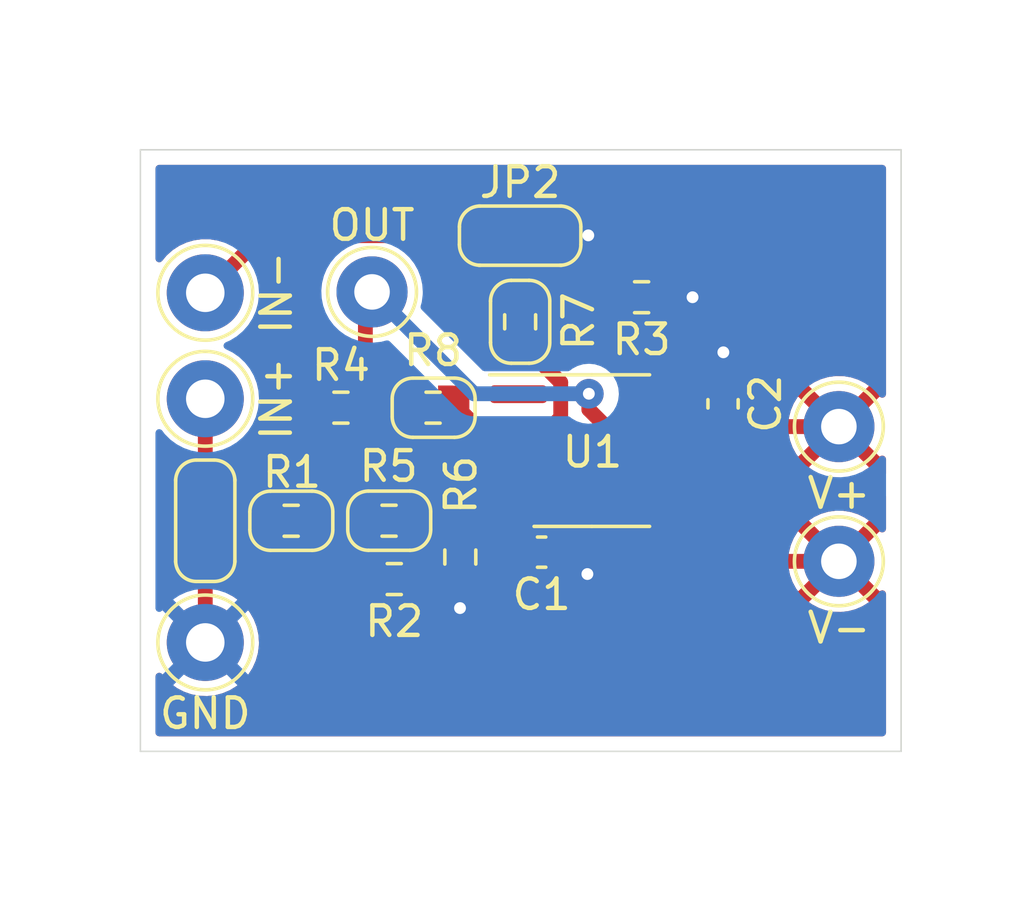
<source format=kicad_pcb>
(kicad_pcb (version 20211014) (generator pcbnew)
  (layers (0 "F.Cu" signal) (31 "B.Cu" signal) (36 "B.SilkS" user "B.Silkscreen") (37 "F.SilkS" user "F.Silkscreen") (38 "B.Mask" user) (39 "F.Mask" user) (44 "Edge.Cuts" user))
  (net 0 "")
  (net 1 "Net-(JP1-Pad2)")
  (net 2 "Net-(JP3-Pad2)")
  (net 3 "GND")
  (net 4 "Net-(JP2-Pad2)")
  (net 5 "Net-(JP6-Pad2)")
  (net 6 "Net-(JP4-Pad2)")
  (net 7 "Net-(JP5-Pad2)")
  (net 9 "VSS")
  (net 11 "VCC")
  (net 13 "Net-(JP1-Pad3)")
  (net 14 "Net-(IN-1-Pad1)")
  (footprint "Resistor_SMD:R_0603_1608Metric" (layer "F.Cu") (at 157.2 105.23 180)
    (fp_text reference "R8" (at 0 1.93) (layer "F.SilkS"))
    (fp_text value "R")
    (fp_line (start -0.237258 0.5225) (end 0.237258 0.5225) (layer "F.SilkS") (width 0.12))
    (fp_line (start -0.237258 -0.5225) (end 0.237258 -0.5225) (layer "F.SilkS") (width 0.12))
    (pad "1" smd roundrect (at -0.825 0 180) (size 0.8 0.95) (layers "F.Cu" "F.Paste" "F.Mask") (net 7 "Net-(JP5-Pad2)"))
    (pad "2" smd roundrect (at 0.825 0 180) (size 0.8 0.95) (layers "F.Cu" "F.Paste" "F.Mask") (net 5 "Net-(JP6-Pad2)"))
  )
  (footprint "Resistor_SMD:R_0603_1608Metric" (layer "F.Cu") (at 158.12 110.275 90)
    (fp_text reference "R6" (at 2.435 0.02 90) (layer "F.SilkS"))
    (fp_text value "R")
    (fp_line (start -0.237258 -0.5225) (end 0.237258 -0.5225) (layer "F.SilkS") (width 0.12))
    (fp_line (start -0.237258 0.5225) (end 0.237258 0.5225) (layer "F.SilkS") (width 0.12))
    (pad "1" smd roundrect (at -0.825 0 90) (size 0.8 0.95) (layers "F.Cu" "F.Paste" "F.Mask") (net 3 "GND"))
    (pad "2" smd roundrect (at 0.825 0 90) (size 0.8 0.95) (layers "F.Cu" "F.Paste" "F.Mask") (net 6 "Net-(JP4-Pad2)"))
  )
  (footprint "Capacitor_SMD:C_0603_1608Metric" (layer "F.Cu") (at 160.865 110.11 180)
    (fp_text reference "C1" (at 0 -1.43) (layer "F.SilkS"))
    (fp_text value "C")
    (fp_line (start -0.14058 0.51) (end 0.14058 0.51) (layer "F.SilkS") (width 0.12))
    (fp_line (start -0.14058 -0.51) (end 0.14058 -0.51) (layer "F.SilkS") (width 0.12))
    (pad "1" smd roundrect (at -0.775 0 180) (size 0.9 0.95) (layers "F.Cu" "F.Paste" "F.Mask") (net 3 "GND"))
    (pad "2" smd roundrect (at 0.775 0 180) (size 0.9 0.95) (layers "F.Cu" "F.Paste" "F.Mask") (net 9 "VSS"))
  )
  (footprint "Capacitor_SMD:C_0603_1608Metric" (layer "F.Cu") (at 166.99 105.1 -90)
    (fp_text reference "C2" (at 0 -1.43 90) (layer "F.SilkS"))
    (fp_text value "C")
    (fp_line (start -0.14058 -0.51) (end 0.14058 -0.51) (layer "F.SilkS") (width 0.12))
    (fp_line (start -0.14058 0.51) (end 0.14058 0.51) (layer "F.SilkS") (width 0.12))
    (pad "1" smd roundrect (at -0.775 0 270) (size 0.9 0.95) (layers "F.Cu" "F.Paste" "F.Mask") (net 3 "GND"))
    (pad "2" smd roundrect (at 0.775 0 270) (size 0.9 0.95) (layers "F.Cu" "F.Paste" "F.Mask") (net 11 "VCC"))
  )
  (footprint "Jumper:SolderJumper-3_P1.3mm_Open_RoundedPad1.0x1.5mm_NumberLabels" (layer "F.Cu") (at 160.14 99.42)
    (fp_text reference "JP2" (at 0 -1.8) (layer "F.SilkS"))
    (fp_text value "SolderJumper_3_Open")
    (fp_line (start -2.05 0.3) (end -2.05 -0.3) (layer "F.SilkS") (width 0.12))
    (fp_line (start 1.4 1) (end -1.4 1) (layer "F.SilkS") (width 0.12))
    (fp_line (start 2.05 -0.3) (end 2.05 0.3) (layer "F.SilkS") (width 0.12))
    (fp_line (start -1.4 -1) (end 1.4 -1) (layer "F.SilkS") (width 0.12))
    (fp_arc (start 1.35 -1) (mid 1.844975 -0.794975) (end 2.05 -0.3) (layer "F.SilkS") (width 0.12))
    (fp_arc (start -2.05 -0.3) (mid -1.844975 -0.794975) (end -1.35 -1) (layer "F.SilkS") (width 0.12))
    (fp_arc (start 2.05 0.3) (mid 1.844975 0.794975) (end 1.35 1) (layer "F.SilkS") (width 0.12))
    (fp_arc (start -1.35 1) (mid -1.844975 0.794975) (end -2.05 0.3) (layer "F.SilkS") (width 0.12))
    (pad "1" smd custom (at -1.3 0) (size 1 0.5) (layers "F.Cu" "F.Mask") (net 14 "Net-(IN-1-Pad1)") (options (clearance outline) (anchor rect)) (primitives (gr_circle (center 0 0.25) (end 0.5 0.25) (width 0) (fill yes)) (gr_circle (center 0 -0.25) (end 0.5 -0.25) (width 0) (fill yes)) (gr_poly (pts (xy 0.55 0.75) (xy 0 0.75) (xy 0 -0.75) (xy 0.55 -0.75)) (width 0) (fill yes))))
    (pad "2" smd rect (at 0 0) (size 1 1.5) (layers "F.Cu" "F.Mask") (net 4 "Net-(JP2-Pad2)"))
    (pad "3" smd custom (at 1.3 0) (size 1 0.5) (layers "F.Cu" "F.Mask") (net 3 "GND") (options (clearance outline) (anchor rect)) (primitives (gr_circle (center 0 0.25) (end 0.5 0.25) (width 0) (fill yes)) (gr_circle (center 0 -0.25) (end 0.5 -0.25) (width 0) (fill yes)) (gr_poly (pts (xy 0 0.75) (xy -0.55 0.75) (xy -0.55 -0.75) (xy 0 -0.75)) (width 0) (fill yes))))
  )
  (footprint "Jumper:SolderJumper-3_P1.3mm_Open_RoundedPad1.0x1.5mm_NumberLabels" (layer "F.Cu") (at 149.51 109.05 90)
    (fp_text reference "JP1" hide)
    (fp_text value "SolderJumper_3_Open")
    (fp_line (start 2.05 -0.3) (end 2.05 0.3) (layer "F.SilkS") (width 0.12))
    (fp_line (start -1.4 -1) (end 1.4 -1) (layer "F.SilkS") (width 0.12))
    (fp_line (start 1.4 1) (end -1.4 1) (layer "F.SilkS") (width 0.12))
    (fp_line (start -2.05 0.3) (end -2.05 -0.3) (layer "F.SilkS") (width 0.12))
    (fp_arc (start 1.35 -1) (mid 1.844975 -0.794975) (end 2.05 -0.3) (layer "F.SilkS") (width 0.12))
    (fp_arc (start -2.05 -0.3) (mid -1.844975 -0.794975) (end -1.35 -1) (layer "F.SilkS") (width 0.12))
    (fp_arc (start -1.35 1) (mid -1.844975 0.794975) (end -2.05 0.3) (layer "F.SilkS") (width 0.12))
    (fp_arc (start 2.05 0.3) (mid 1.844975 0.794975) (end 1.35 1) (layer "F.SilkS") (width 0.12))
    (pad "1" smd custom (at -1.3 0 90) (size 1 0.5) (layers "F.Cu" "F.Mask") (net 3 "GND") (options (clearance outline) (anchor rect)) (primitives (gr_circle (center 0 0.25) (end 0.5 0.25) (width 0) (fill yes)) (gr_circle (center 0 -0.25) (end 0.5 -0.25) (width 0) (fill yes)) (gr_poly (pts (xy 0.55 0.75) (xy 0 0.75) (xy 0 -0.75) (xy 0.55 -0.75)) (width 0) (fill yes))))
    (pad "2" smd rect (at 0 0 90) (size 1 1.5) (layers "F.Cu" "F.Mask") (net 1 "Net-(JP1-Pad2)"))
    (pad "3" smd custom (at 1.3 0 90) (size 1 0.5) (layers "F.Cu" "F.Mask") (net 13 "Net-(JP1-Pad3)") (options (clearance outline) (anchor rect)) (primitives (gr_circle (center 0 0.25) (end 0.5 0.25) (width 0) (fill yes)) (gr_circle (center 0 -0.25) (end 0.5 -0.25) (width 0) (fill yes)) (gr_poly (pts (xy 0 0.75) (xy -0.55 0.75) (xy -0.55 -0.75) (xy 0 -0.75)) (width 0) (fill yes))))
  )
  (footprint "Resistor_SMD:R_0603_1608Metric" (layer "F.Cu") (at 160.14 102.33 -90)
    (fp_text reference "R7" (at -0.02 -1.97 90) (layer "F.SilkS"))
    (fp_text value "R")
    (fp_line (start -0.237258 -0.5225) (end 0.237258 -0.5225) (layer "F.SilkS") (width 0.12))
    (fp_line (start -0.237258 0.5225) (end 0.237258 0.5225) (layer "F.SilkS") (width 0.12))
    (pad "1" smd roundrect (at -0.825 0 270) (size 0.8 0.95) (layers "F.Cu" "F.Paste" "F.Mask") (net 4 "Net-(JP2-Pad2)"))
    (pad "2" smd roundrect (at 0.825 0 270) (size 0.8 0.95) (layers "F.Cu" "F.Paste" "F.Mask") (net 7 "Net-(JP5-Pad2)"))
  )
  (footprint "Resistor_SMD:R_0603_1608Metric" (layer "F.Cu") (at 152.41 109.05)
    (fp_text reference "R1" (at 0.025 -1.64) (layer "F.SilkS"))
    (fp_text value "R")
    (fp_line (start -0.237258 -0.5225) (end 0.237258 -0.5225) (layer "F.SilkS") (width 0.12))
    (fp_line (start -0.237258 0.5225) (end 0.237258 0.5225) (layer "F.SilkS") (width 0.12))
    (pad "1" smd roundrect (at -0.825 0) (size 0.8 0.95) (layers "F.Cu" "F.Paste" "F.Mask") (net 1 "Net-(JP1-Pad2)"))
    (pad "2" smd roundrect (at 0.825 0) (size 0.8 0.95) (layers "F.Cu" "F.Paste" "F.Mask") (net 2 "Net-(JP3-Pad2)"))
  )
  (footprint "Jumper:SolderJumper-2_P1.3mm_Open_RoundedPad1.0x1.5mm" (layer "F.Cu") (at 157.22 105.232 180)
    (fp_text reference "JP6" hide)
    (fp_text value "SolderJumper_2_Open")
    (fp_line (start -0.7 -1) (end 0.7 -1) (layer "F.SilkS") (width 0.12))
    (fp_line (start 1.4 -0.3) (end 1.4 0.3) (layer "F.SilkS") (width 0.12))
    (fp_line (start 0.7 1) (end -0.7 1) (layer "F.SilkS") (width 0.12))
    (fp_line (start -1.4 0.3) (end -1.4 -0.3) (layer "F.SilkS") (width 0.12))
    (fp_arc (start 1.4 0.3) (mid 1.194975 0.794975) (end 0.7 1) (layer "F.SilkS") (width 0.12))
    (fp_arc (start -1.4 -0.3) (mid -1.194975 -0.794975) (end -0.7 -1) (layer "F.SilkS") (width 0.12))
    (fp_arc (start -0.7 1) (mid -1.194975 0.794975) (end -1.4 0.3) (layer "F.SilkS") (width 0.12))
    (fp_arc (start 0.7 -1) (mid 1.194975 -0.794975) (end 1.4 -0.3) (layer "F.SilkS") (width 0.12))
    (pad "1" smd custom (at -0.65 0 180) (size 1 0.5) (layers "F.Cu" "F.Mask") (net 7 "Net-(JP5-Pad2)") (options (clearance outline) (anchor rect)) (primitives (gr_circle (center 0 0.25) (end 0.5 0.25) (width 0) (fill yes)) (gr_circle (center 0 -0.25) (end 0.5 -0.25) (width 0) (fill yes)) (gr_poly (pts (xy 0.5 0.75) (xy 0 0.75) (xy 0 -0.75) (xy 0.5 -0.75)) (width 0) (fill yes))))
    (pad "2" smd custom (at 0.65 0 180) (size 1 0.5) (layers "F.Cu" "F.Mask") (net 5 "Net-(JP6-Pad2)") (options (clearance outline) (anchor rect)) (primitives (gr_circle (center 0 0.25) (end 0.5 0.25) (width 0) (fill yes)) (gr_circle (center 0 -0.25) (end 0.5 -0.25) (width 0) (fill yes)) (gr_poly (pts (xy 0 0.75) (xy -0.5 0.75) (xy -0.5 -0.75) (xy 0 -0.75)) (width 0) (fill yes))))
  )
  (footprint "Jumper:SolderJumper-2_P1.3mm_Open_RoundedPad1.0x1.5mm" (layer "F.Cu") (at 155.72 109.048)
    (fp_text reference "JP4" hide)
    (fp_text value "SolderJumper_2_Open")
    (fp_line (start -0.7 -1) (end 0.7 -1) (layer "F.SilkS") (width 0.12))
    (fp_line (start 1.4 -0.3) (end 1.4 0.3) (layer "F.SilkS") (width 0.12))
    (fp_line (start 0.7 1) (end -0.7 1) (layer "F.SilkS") (width 0.12))
    (fp_line (start -1.4 0.3) (end -1.4 -0.3) (layer "F.SilkS") (width 0.12))
    (fp_arc (start -1.4 -0.3) (mid -1.194975 -0.794975) (end -0.7 -1) (layer "F.SilkS") (width 0.12))
    (fp_arc (start 1.4 0.3) (mid 1.194975 0.794975) (end 0.7 1) (layer "F.SilkS") (width 0.12))
    (fp_arc (start -0.7 1) (mid -1.194975 0.794975) (end -1.4 0.3) (layer "F.SilkS") (width 0.12))
    (fp_arc (start 0.7 -1) (mid 1.194975 -0.794975) (end 1.4 -0.3) (layer "F.SilkS") (width 0.12))
    (pad "1" smd custom (at -0.65 0) (size 1 0.5) (layers "F.Cu" "F.Mask") (net 2 "Net-(JP3-Pad2)") (options (clearance outline) (anchor rect)) (primitives (gr_circle (center 0 0.25) (end 0.5 0.25) (width 0) (fill yes)) (gr_circle (center 0 -0.25) (end 0.5 -0.25) (width 0) (fill yes)) (gr_poly (pts (xy 0.5 0.75) (xy 0 0.75) (xy 0 -0.75) (xy 0.5 -0.75)) (width 0) (fill yes))))
    (pad "2" smd custom (at 0.65 0) (size 1 0.5) (layers "F.Cu" "F.Mask") (net 6 "Net-(JP4-Pad2)") (options (clearance outline) (anchor rect)) (primitives (gr_circle (center 0 0.25) (end 0.5 0.25) (width 0) (fill yes)) (gr_circle (center 0 -0.25) (end 0.5 -0.25) (width 0) (fill yes)) (gr_poly (pts (xy 0 0.75) (xy -0.5 0.75) (xy -0.5 -0.75) (xy 0 -0.75)) (width 0) (fill yes))))
  )
  (footprint "Package_SO:SOIC-8_3.9x4.9mm_P1.27mm" (layer "F.Cu") (at 162.56 106.68)
    (fp_text reference "U1" (at 0.02 0.05) (layer "F.SilkS"))
    (fp_text value "OPA333xxD")
    (fp_line (start 0 -2.56) (end -3.45 -2.56) (layer "F.SilkS") (width 0.12))
    (fp_line (start 0 2.56) (end 1.95 2.56) (layer "F.SilkS") (width 0.12))
    (fp_line (start 0 2.56) (end -1.95 2.56) (layer "F.SilkS") (width 0.12))
    (fp_line (start 0 -2.56) (end 1.95 -2.56) (layer "F.SilkS") (width 0.12))
    (pad "1" smd roundrect (at -2.475 -1.905) (size 1.95 0.6) (layers "F.Cu" "F.Paste" "F.Mask"))
    (pad "2" smd roundrect (at -2.475 -0.635) (size 1.95 0.6) (layers "F.Cu" "F.Paste" "F.Mask") (net 7 "Net-(JP5-Pad2)"))
    (pad "3" smd roundrect (at -2.475 0.635) (size 1.95 0.6) (layers "F.Cu" "F.Paste" "F.Mask") (net 6 "Net-(JP4-Pad2)"))
    (pad "4" smd roundrect (at -2.475 1.905) (size 1.95 0.6) (layers "F.Cu" "F.Paste" "F.Mask") (net 9 "VSS"))
    (pad "5" smd roundrect (at 2.475 1.905) (size 1.95 0.6) (layers "F.Cu" "F.Paste" "F.Mask"))
    (pad "6" smd roundrect (at 2.475 0.635) (size 1.95 0.6) (layers "F.Cu" "F.Paste" "F.Mask") (net 5 "Net-(JP6-Pad2)"))
    (pad "7" smd roundrect (at 2.475 -0.635) (size 1.95 0.6) (layers "F.Cu" "F.Paste" "F.Mask") (net 11 "VCC"))
    (pad "8" smd roundrect (at 2.475 -1.905) (size 1.95 0.6) (layers "F.Cu" "F.Paste" "F.Mask"))
  )
  (footprint "Connector_Pin:Pin_D1.3mm_L11.0mm" (layer "F.Cu") (at 149.51 104.93 90)
    (fp_text reference "IN+" (at 0 2.4 90) (layer "F.SilkS"))
    (fp_text value "Conn_01x01_Female")
    (fp_circle (center 0 0) (end 1.6 0.05) (layer "F.SilkS") (width 0.12) (fill none))
    (pad "1" thru_hole circle (at 0 0 90) (size 2.6 2.6) (drill 1.3) (layers *.Cu *.Mask) (net 13 "Net-(JP1-Pad3)"))
  )
  (footprint "Connector_Pin:Pin_D1.0mm_L10.0mm_LooseFit" (layer "F.Cu") (at 170.9 105.87)
    (fp_text reference "V+" (at 0 2.25) (layer "F.SilkS"))
    (fp_text value "Conn_01x01_Female")
    (fp_circle (center 0 0) (end 1.5 0.05) (layer "F.SilkS") (width 0.12) (fill none))
    (pad "1" thru_hole circle (at 0 0) (size 2.4 2.4) (drill 1.2) (layers *.Cu *.Mask) (net 11 "VCC"))
  )
  (footprint "Jumper:SolderJumper-2_P1.3mm_Open_RoundedPad1.0x1.5mm" (layer "F.Cu") (at 152.415 109.05)
    (fp_text reference "JP3" hide)
    (fp_text value "SolderJumper_2_Open")
    (fp_line (start -1.4 0.3) (end -1.4 -0.3) (layer "F.SilkS") (width 0.12))
    (fp_line (start 1.4 -0.3) (end 1.4 0.3) (layer "F.SilkS") (width 0.12))
    (fp_line (start -0.7 -1) (end 0.7 -1) (layer "F.SilkS") (width 0.12))
    (fp_line (start 0.7 1) (end -0.7 1) (layer "F.SilkS") (width 0.12))
    (fp_arc (start -1.4 -0.3) (mid -1.194975 -0.794975) (end -0.7 -1) (layer "F.SilkS") (width 0.12))
    (fp_arc (start 1.4 0.3) (mid 1.194975 0.794975) (end 0.7 1) (layer "F.SilkS") (width 0.12))
    (fp_arc (start 0.7 -1) (mid 1.194975 -0.794975) (end 1.4 -0.3) (layer "F.SilkS") (width 0.12))
    (fp_arc (start -0.7 1) (mid -1.194975 0.794975) (end -1.4 0.3) (layer "F.SilkS") (width 0.12))
    (pad "1" smd custom (at -0.65 0) (size 1 0.5) (layers "F.Cu" "F.Mask") (net 1 "Net-(JP1-Pad2)") (options (clearance outline) (anchor rect)) (primitives (gr_circle (center 0 0.25) (end 0.5 0.25) (width 0) (fill yes)) (gr_circle (center 0 -0.25) (end 0.5 -0.25) (width 0) (fill yes)) (gr_poly (pts (xy 0.5 0.75) (xy 0 0.75) (xy 0 -0.75) (xy 0.5 -0.75)) (width 0) (fill yes))))
    (pad "2" smd custom (at 0.65 0) (size 1 0.5) (layers "F.Cu" "F.Mask") (net 2 "Net-(JP3-Pad2)") (options (clearance outline) (anchor rect)) (primitives (gr_circle (center 0 0.25) (end 0.5 0.25) (width 0) (fill yes)) (gr_circle (center 0 -0.25) (end 0.5 -0.25) (width 0) (fill yes)) (gr_poly (pts (xy 0 0.75) (xy -0.5 0.75) (xy -0.5 -0.75) (xy 0 -0.75)) (width 0) (fill yes))))
  )
  (footprint "Connector_Pin:Pin_D1.0mm_L10.0mm_LooseFit" (layer "F.Cu") (at 155.14 101.32 180)
    (fp_text reference "OUT" (at 0 2.25) (layer "F.SilkS"))
    (fp_text value "Conn_01x01_Female")
    (fp_circle (center 0 0) (end 1.5 0.05) (layer "F.SilkS") (width 0.12) (fill none))
    (pad "1" thru_hole circle (at 0 0 180) (size 2.4 2.4) (drill 1.2) (layers *.Cu *.Mask) (net 5 "Net-(JP6-Pad2)"))
  )
  (footprint "Resistor_SMD:R_0603_1608Metric" (layer "F.Cu") (at 164.24 101.5 180)
    (fp_text reference "R3" (at 0 -1.43) (layer "F.SilkS"))
    (fp_text value "R")
    (fp_line (start -0.237258 -0.5225) (end 0.237258 -0.5225) (layer "F.SilkS") (width 0.12))
    (fp_line (start -0.237258 0.5225) (end 0.237258 0.5225) (layer "F.SilkS") (width 0.12))
    (pad "1" smd roundrect (at -0.825 0 180) (size 0.8 0.95) (layers "F.Cu" "F.Paste" "F.Mask") (net 3 "GND"))
    (pad "2" smd roundrect (at 0.825 0 180) (size 0.8 0.95) (layers "F.Cu" "F.Paste" "F.Mask") (net 4 "Net-(JP2-Pad2)"))
  )
  (footprint "Resistor_SMD:R_0603_1608Metric" (layer "F.Cu") (at 155.714 109.048)
    (fp_text reference "R5" (at -0.014 -1.838) (layer "F.SilkS"))
    (fp_text value "R")
    (fp_line (start -0.237258 0.5225) (end 0.237258 0.5225) (layer "F.SilkS") (width 0.12))
    (fp_line (start -0.237258 -0.5225) (end 0.237258 -0.5225) (layer "F.SilkS") (width 0.12))
    (pad "1" smd roundrect (at -0.825 0) (size 0.8 0.95) (layers "F.Cu" "F.Paste" "F.Mask") (net 2 "Net-(JP3-Pad2)"))
    (pad "2" smd roundrect (at 0.825 0) (size 0.8 0.95) (layers "F.Cu" "F.Paste" "F.Mask") (net 6 "Net-(JP4-Pad2)"))
  )
  (footprint "Connector_Pin:Pin_D1.3mm_L11.0mm" (layer "F.Cu") (at 149.51 113.16)
    (fp_text reference "GND" (at 0 2.4) (layer "F.SilkS"))
    (fp_text value "Conn_01x01_Female")
    (fp_circle (center 0 0) (end 1.6 0.05) (layer "F.SilkS") (width 0.12) (fill none))
    (pad "1" thru_hole circle (at 0 0) (size 2.6 2.6) (drill 1.3) (layers *.Cu *.Mask) (net 3 "GND"))
  )
  (footprint "Resistor_SMD:R_0603_1608Metric" (layer "F.Cu") (at 154.09 105.23)
    (fp_text reference "R4" (at 0 -1.43) (layer "F.SilkS"))
    (fp_text value "R")
    (fp_line (start -0.237258 0.5225) (end 0.237258 0.5225) (layer "F.SilkS") (width 0.12))
    (fp_line (start -0.237258 -0.5225) (end 0.237258 -0.5225) (layer "F.SilkS") (width 0.12))
    (pad "1" smd roundrect (at -0.825 0) (size 0.8 0.95) (layers "F.Cu" "F.Paste" "F.Mask") (net 2 "Net-(JP3-Pad2)"))
    (pad "2" smd roundrect (at 0.825 0) (size 0.8 0.95) (layers "F.Cu" "F.Paste" "F.Mask") (net 5 "Net-(JP6-Pad2)"))
  )
  (footprint "Resistor_SMD:R_0603_1608Metric" (layer "F.Cu") (at 155.89 111.02 180)
    (fp_text reference "R2" (at 0 -1.43) (layer "F.SilkS"))
    (fp_text value "R")
    (fp_line (start -0.237258 0.5225) (end 0.237258 0.5225) (layer "F.SilkS") (width 0.12))
    (fp_line (start -0.237258 -0.5225) (end 0.237258 -0.5225) (layer "F.SilkS") (width 0.12))
    (pad "1" smd roundrect (at -0.825 0 180) (size 0.8 0.95) (layers "F.Cu" "F.Paste" "F.Mask") (net 3 "GND"))
    (pad "2" smd roundrect (at 0.825 0 180) (size 0.8 0.95) (layers "F.Cu" "F.Paste" "F.Mask") (net 2 "Net-(JP3-Pad2)"))
  )
  (footprint "Connector_Pin:Pin_D1.0mm_L10.0mm_LooseFit" (layer "F.Cu") (at 170.9 110.42)
    (fp_text reference "V-" (at 0 2.25) (layer "F.SilkS"))
    (fp_text value "Conn_01x01_Female")
    (fp_circle (center 0 0) (end 1.5 0.05) (layer "F.SilkS") (width 0.12) (fill none))
    (pad "1" thru_hole circle (at 0 0) (size 2.4 2.4) (drill 1.2) (layers *.Cu *.Mask) (net 9 "VSS"))
  )
  (footprint "Connector_Pin:Pin_D1.3mm_L11.0mm" (layer "F.Cu") (at 149.51 101.35 90)
    (fp_text reference "IN-" (at 0 2.4 90) (layer "F.SilkS"))
    (fp_text value "Conn_01x01_Female")
    (fp_circle (center 0 0) (end 1.6 0.05) (layer "F.SilkS") (width 0.12) (fill none))
    (pad "1" thru_hole circle (at 0 0 90) (size 2.6 2.6) (drill 1.3) (layers *.Cu *.Mask) (net 14 "Net-(IN-1-Pad1)"))
  )
  (footprint "Jumper:SolderJumper-2_P1.3mm_Open_RoundedPad1.0x1.5mm" (layer "F.Cu") (at 160.14 102.33 -90)
    (fp_text reference "JP5" hide)
    (fp_text value "SolderJumper_2_Open")
    (fp_line (start -0.7 -1) (end 0.7 -1) (layer "F.SilkS") (width 0.12))
    (fp_line (start 1.4 -0.3) (end 1.4 0.3) (layer "F.SilkS") (width 0.12))
    (fp_line (start 0.7 1) (end -0.7 1) (layer "F.SilkS") (width 0.12))
    (fp_line (start -1.4 0.3) (end -1.4 -0.3) (layer "F.SilkS") (width 0.12))
    (fp_arc (start 0.7 -1) (mid 1.194975 -0.794975) (end 1.4 -0.3) (layer "F.SilkS") (width 0.12))
    (fp_arc (start -0.7 1) (mid -1.194975 0.794975) (end -1.4 0.3) (layer "F.SilkS") (width 0.12))
    (fp_arc (start 1.4 0.3) (mid 1.194975 0.794975) (end 0.7 1) (layer "F.SilkS") (width 0.12))
    (fp_arc (start -1.4 -0.3) (mid -1.194975 -0.794975) (end -0.7 -1) (layer "F.SilkS") (width 0.12))
    (pad "1" smd custom (at -0.65 0 270) (size 1 0.5) (layers "F.Cu" "F.Mask") (net 4 "Net-(JP2-Pad2)") (options (clearance outline) (anchor rect)) (primitives (gr_circle (center 0 0.25) (end 0.5 0.25) (width 0) (fill yes)) (gr_circle (center 0 -0.25) (end 0.5 -0.25) (width 0) (fill yes)) (gr_poly (pts (xy 0.5 0.75) (xy 0 0.75) (xy 0 -0.75) (xy 0.5 -0.75)) (width 0) (fill yes))))
    (pad "2" smd custom (at 0.65 0 270) (size 1 0.5) (layers "F.Cu" "F.Mask") (net 7 "Net-(JP5-Pad2)") (options (clearance outline) (anchor rect)) (primitives (gr_circle (center 0 0.25) (end 0.5 0.25) (width 0) (fill yes)) (gr_circle (center 0 -0.25) (end 0.5 -0.25) (width 0) (fill yes)) (gr_poly (pts (xy 0 0.75) (xy -0.5 0.75) (xy -0.5 -0.75) (xy 0 -0.75)) (width 0) (fill yes))))
  )
  (gr_line (start 147.32 116.84) (end 147.32 96.52) (layer "Edge.Cuts") (width 0.05))
  (gr_line (start 173 96.52) (end 173 116.84) (layer "Edge.Cuts") (width 0.05))
  (gr_line (start 173 116.84) (end 147.32 116.84) (layer "Edge.Cuts") (width 0.05))
  (gr_line (start 147.32 96.52) (end 173 96.52) (layer "Edge.Cuts") (width 0.05))
  (segment (start 149.51 109.05) (end 151.765 109.05) (width 0.5) (layer "F.Cu") (net 1))
  (segment (start 155.065 109.053) (end 155.07 109.048) (width 0.5) (layer "F.Cu") (net 2))
  (segment (start 154.887 109.05) (end 154.889 109.048) (width 0.5) (layer "F.Cu") (net 2))
  (segment (start 153.065 109.05) (end 154.887 109.05) (width 0.5) (layer "F.Cu") (net 2))
  (segment (start 153.265 105.23) (end 153.265 108.85) (width 0.5) (layer "F.Cu") (net 2))
  (segment (start 155.065 111.02) (end 155.065 109.053) (width 0.5) (layer "F.Cu") (net 2))
  (segment (start 153.265 108.85) (end 153.065 109.05) (width 0.5) (layer "F.Cu") (net 2))
  (segment (start 149.51 113.16) (end 149.51 110.35) (width 0.5) (layer "F.Cu") (net 3))
  (segment (start 161.44 99.42) (end 162.43 99.42) (width 0.5) (layer "F.Cu") (net 3))
  (segment (start 158.12 111.1) (end 156.795 111.1) (width 0.5) (layer "F.Cu") (net 3))
  (segment (start 165.065 101.5) (end 165.96 101.5) (width 0.5) (layer "F.Cu") (net 3))
  (segment (start 158.12 111.99) (end 158.11 112) (width 0.5) (layer "F.Cu") (net 3))
  (segment (start 162.43 99.42) (end 162.44 99.41) (width 0.5) (layer "F.Cu") (net 3))
  (segment (start 166.99 104.325) (end 166.99 103.37) (width 0.5) (layer "F.Cu") (net 3))
  (segment (start 166.99 103.37) (end 167 103.36) (width 0.5) (layer "F.Cu") (net 3))
  (segment (start 158.12 111.1) (end 158.12 111.99) (width 0.5) (layer "F.Cu") (net 3))
  (segment (start 161.64 110.11) (end 161.67 110.11) (width 0.5) (layer "F.Cu") (net 3))
  (segment (start 156.795 111.1) (end 156.715 111.02) (width 0.5) (layer "F.Cu") (net 3))
  (segment (start 161.67 110.11) (end 162.41 110.85) (width 0.5) (layer "F.Cu") (net 3))
  (via (at 162.41 110.85) (size 1) (drill 0.4) (layers "F.Cu" "B.Cu") (net 3))
  (via (at 165.96 101.5) (size 1) (drill 0.4) (layers "F.Cu" "B.Cu") (net 3))
  (via (at 158.11 112) (size 1) (drill 0.4) (layers "F.Cu" "B.Cu") (net 3))
  (via (at 162.44 99.41) (size 1) (drill 0.4) (layers "F.Cu" "B.Cu") (net 3))
  (via (at 167 103.36) (size 1) (drill 0.4) (layers "F.Cu" "B.Cu") (net 3))
  (segment (start 160.14 101.505) (end 163.41 101.505) (width 0.5) (layer "F.Cu") (net 4))
  (segment (start 160.14 101.505) (end 160.14 99.42) (width 0.5) (layer "F.Cu") (net 4))
  (segment (start 163.41 101.505) (end 163.415 101.5) (width 0.5) (layer "F.Cu") (net 4))
  (segment (start 154.915 101.545) (end 155.14 101.32) (width 0.5) (layer "F.Cu") (net 5))
  (segment (start 154.915 105.23) (end 154.915 101.545) (width 0.5) (layer "F.Cu") (net 5))
  (segment (start 154.917 105.232) (end 154.915 105.23) (width 0.5) (layer "F.Cu") (net 5))
  (segment (start 165.035 107.315) (end 164.482151 107.315) (width 0.5) (layer "F.Cu") (net 5))
  (segment (start 164.482151 107.315) (end 162.45902 105.291869) (width 0.5) (layer "F.Cu") (net 5))
  (segment (start 156.57 105.232) (end 154.917 105.232) (width 0.5) (layer "F.Cu") (net 5))
  (segment (start 162.45902 105.291869) (end 162.45902 104.76) (width 0.5) (layer "F.Cu") (net 5))
  (via (at 162.45902 104.76) (size 1) (drill 0.4) (layers "F.Cu" "B.Cu") (net 5))
  (segment (start 158.58 104.76) (end 162.45902 104.76) (width 0.5) (layer "B.Cu") (net 5))
  (segment (start 155.14 101.32) (end 158.58 104.76) (width 0.5) (layer "B.Cu") (net 5))
  (segment (start 160.085 107.315) (end 159.532151 107.315) (width 0.5) (layer "F.Cu") (net 6))
  (segment (start 158.12 108.727151) (end 158.12 109.45) (width 0.5) (layer "F.Cu") (net 6))
  (segment (start 157.718 109.048) (end 158.12 109.45) (width 0.5) (layer "F.Cu") (net 6))
  (segment (start 159.532151 107.315) (end 158.12 108.727151) (width 0.5) (layer "F.Cu") (net 6))
  (segment (start 156.539 109.048) (end 157.718 109.048) (width 0.5) (layer "F.Cu") (net 6))
  (segment (start 161.50952 104.376671) (end 161.50952 105.56048) (width 0.5) (layer "F.Cu") (net 7))
  (segment (start 160.085 106.045) (end 158.84 106.045) (width 0.5) (layer "F.Cu") (net 7))
  (segment (start 161.025 106.045) (end 160.085 106.045) (width 0.5) (layer "F.Cu") (net 7))
  (segment (start 158.84 106.045) (end 158.025 105.23) (width 0.5) (layer "F.Cu") (net 7))
  (segment (start 160.14 103.155) (end 160.287849 103.155) (width 0.5) (layer "F.Cu") (net 7))
  (segment (start 160.287849 103.155) (end 161.50952 104.376671) (width 0.5) (layer "F.Cu") (net 7))
  (segment (start 161.50952 105.56048) (end 161.025 106.045) (width 0.5) (layer "F.Cu") (net 7))
  (segment (start 170.9 110.42) (end 163.378915 110.42) (width 0.5) (layer "F.Cu") (net 9))
  (segment (start 160.085 108.585) (end 160.085 110.105) (width 0.5) (layer "F.Cu") (net 9))
  (segment (start 160.085 110.105) (end 160.09 110.11) (width 0.5) (layer "F.Cu") (net 9))
  (segment (start 161.543915 108.585) (end 160.085 108.585) (width 0.5) (layer "F.Cu") (net 9))
  (segment (start 163.378915 110.42) (end 161.543915 108.585) (width 0.5) (layer "F.Cu") (net 9))
  (segment (start 170.9 105.87) (end 166.995 105.87) (width 0.5) (layer "F.Cu") (net 11))
  (segment (start 166.995 105.87) (end 166.99 105.875) (width 0.5) (layer "F.Cu") (net 11))
  (segment (start 166.82 106.045) (end 166.99 105.875) (width 0.5) (layer "F.Cu") (net 11))
  (segment (start 165.035 106.045) (end 166.82 106.045) (width 0.5) (layer "F.Cu") (net 11))
  (segment (start 149.51 107.75) (end 149.51 104.93) (width 0.5) (layer "F.Cu") (net 13))
  (segment (start 151.44 99.42) (end 149.51 101.35) (width 0.5) (layer "F.Cu") (net 14))
  (segment (start 158.84 99.42) (end 151.44 99.42) (width 0.5) (layer "F.Cu") (net 14))
  (zone (net 11) (net_name "VCC") (layer "F.Cu") (connect_pads (clearance 0.508)) (min_thickness 0.254) (fill yes (thermal_gap 0.508) (thermal_bridge_width 0.508))
    (polygon (pts (xy 144.67788 95.800403) (xy 176.77 95.91) (xy 176.098659 107.595449) (xy 143.438659 107.445449) (xy 144.64 95.84) (xy 144.67788 95.800403) (xy 144.56 95.8) (xy 148.83 91.46)))
  )
  (zone (net 9) (net_name "VSS") (layer "F.Cu") (connect_pads (clearance 0.508)) (min_thickness 0.254) (fill yes (thermal_gap 0.508) (thermal_bridge_width 0.508))
    (polygon (pts (xy 176.13 108.098831) (xy 176.14 108.088831) (xy 175.84 118.198831) (xy 143.12 118.738831) (xy 143.56 108.078831)))
  )
  (zone (net 3) (net_name "GND") (layer "B.Cu") (connect_pads (clearance 0.508)) (min_thickness 0.254) (fill yes (thermal_gap 0.508) (thermal_bridge_width 0.508))
    (polygon (pts (xy 177.05 95.81) (xy 177.15 121.44) (xy 142.58 122.29) (xy 144.7 95.71) (xy 144.8 95.71)))
  )
)
</source>
